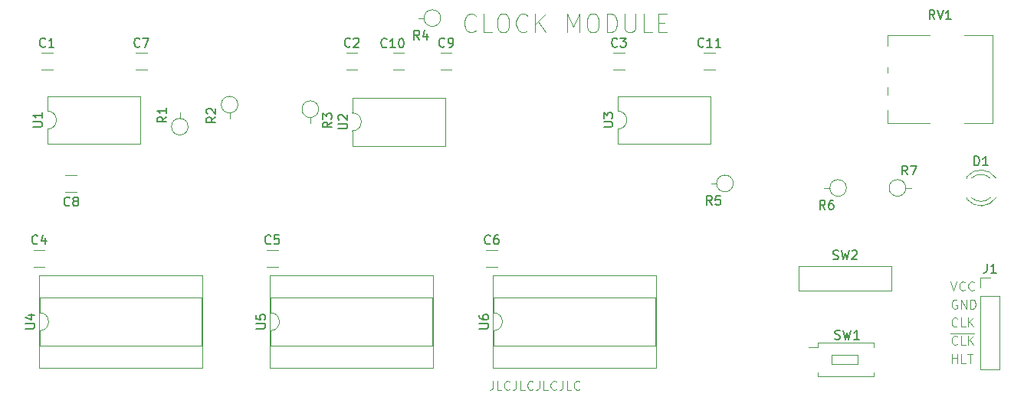
<source format=gbr>
%TF.GenerationSoftware,KiCad,Pcbnew,8.0.2*%
%TF.CreationDate,2024-05-25T18:25:13-04:00*%
%TF.ProjectId,8bc_clock,3862635f-636c-46f6-936b-2e6b69636164,3.0*%
%TF.SameCoordinates,Original*%
%TF.FileFunction,Legend,Top*%
%TF.FilePolarity,Positive*%
%FSLAX46Y46*%
G04 Gerber Fmt 4.6, Leading zero omitted, Abs format (unit mm)*
G04 Created by KiCad (PCBNEW 8.0.2) date 2024-05-25 18:25:13*
%MOMM*%
%LPD*%
G01*
G04 APERTURE LIST*
%ADD10C,0.100000*%
%ADD11C,0.150000*%
%ADD12C,0.120000*%
G04 APERTURE END LIST*
D10*
X207684836Y-29059561D02*
X207589598Y-29154800D01*
X207589598Y-29154800D02*
X207303884Y-29250038D01*
X207303884Y-29250038D02*
X207113408Y-29250038D01*
X207113408Y-29250038D02*
X206827693Y-29154800D01*
X206827693Y-29154800D02*
X206637217Y-28964323D01*
X206637217Y-28964323D02*
X206541979Y-28773847D01*
X206541979Y-28773847D02*
X206446741Y-28392895D01*
X206446741Y-28392895D02*
X206446741Y-28107180D01*
X206446741Y-28107180D02*
X206541979Y-27726228D01*
X206541979Y-27726228D02*
X206637217Y-27535752D01*
X206637217Y-27535752D02*
X206827693Y-27345276D01*
X206827693Y-27345276D02*
X207113408Y-27250038D01*
X207113408Y-27250038D02*
X207303884Y-27250038D01*
X207303884Y-27250038D02*
X207589598Y-27345276D01*
X207589598Y-27345276D02*
X207684836Y-27440514D01*
X209494360Y-29250038D02*
X208541979Y-29250038D01*
X208541979Y-29250038D02*
X208541979Y-27250038D01*
X210541979Y-27250038D02*
X210922932Y-27250038D01*
X210922932Y-27250038D02*
X211113408Y-27345276D01*
X211113408Y-27345276D02*
X211303884Y-27535752D01*
X211303884Y-27535752D02*
X211399122Y-27916704D01*
X211399122Y-27916704D02*
X211399122Y-28583371D01*
X211399122Y-28583371D02*
X211303884Y-28964323D01*
X211303884Y-28964323D02*
X211113408Y-29154800D01*
X211113408Y-29154800D02*
X210922932Y-29250038D01*
X210922932Y-29250038D02*
X210541979Y-29250038D01*
X210541979Y-29250038D02*
X210351503Y-29154800D01*
X210351503Y-29154800D02*
X210161027Y-28964323D01*
X210161027Y-28964323D02*
X210065789Y-28583371D01*
X210065789Y-28583371D02*
X210065789Y-27916704D01*
X210065789Y-27916704D02*
X210161027Y-27535752D01*
X210161027Y-27535752D02*
X210351503Y-27345276D01*
X210351503Y-27345276D02*
X210541979Y-27250038D01*
X213399122Y-29059561D02*
X213303884Y-29154800D01*
X213303884Y-29154800D02*
X213018170Y-29250038D01*
X213018170Y-29250038D02*
X212827694Y-29250038D01*
X212827694Y-29250038D02*
X212541979Y-29154800D01*
X212541979Y-29154800D02*
X212351503Y-28964323D01*
X212351503Y-28964323D02*
X212256265Y-28773847D01*
X212256265Y-28773847D02*
X212161027Y-28392895D01*
X212161027Y-28392895D02*
X212161027Y-28107180D01*
X212161027Y-28107180D02*
X212256265Y-27726228D01*
X212256265Y-27726228D02*
X212351503Y-27535752D01*
X212351503Y-27535752D02*
X212541979Y-27345276D01*
X212541979Y-27345276D02*
X212827694Y-27250038D01*
X212827694Y-27250038D02*
X213018170Y-27250038D01*
X213018170Y-27250038D02*
X213303884Y-27345276D01*
X213303884Y-27345276D02*
X213399122Y-27440514D01*
X214256265Y-29250038D02*
X214256265Y-27250038D01*
X215399122Y-29250038D02*
X214541979Y-28107180D01*
X215399122Y-27250038D02*
X214256265Y-28392895D01*
X217780075Y-29250038D02*
X217780075Y-27250038D01*
X217780075Y-27250038D02*
X218446742Y-28678609D01*
X218446742Y-28678609D02*
X219113408Y-27250038D01*
X219113408Y-27250038D02*
X219113408Y-29250038D01*
X220446741Y-27250038D02*
X220827694Y-27250038D01*
X220827694Y-27250038D02*
X221018170Y-27345276D01*
X221018170Y-27345276D02*
X221208646Y-27535752D01*
X221208646Y-27535752D02*
X221303884Y-27916704D01*
X221303884Y-27916704D02*
X221303884Y-28583371D01*
X221303884Y-28583371D02*
X221208646Y-28964323D01*
X221208646Y-28964323D02*
X221018170Y-29154800D01*
X221018170Y-29154800D02*
X220827694Y-29250038D01*
X220827694Y-29250038D02*
X220446741Y-29250038D01*
X220446741Y-29250038D02*
X220256265Y-29154800D01*
X220256265Y-29154800D02*
X220065789Y-28964323D01*
X220065789Y-28964323D02*
X219970551Y-28583371D01*
X219970551Y-28583371D02*
X219970551Y-27916704D01*
X219970551Y-27916704D02*
X220065789Y-27535752D01*
X220065789Y-27535752D02*
X220256265Y-27345276D01*
X220256265Y-27345276D02*
X220446741Y-27250038D01*
X222161027Y-29250038D02*
X222161027Y-27250038D01*
X222161027Y-27250038D02*
X222637217Y-27250038D01*
X222637217Y-27250038D02*
X222922932Y-27345276D01*
X222922932Y-27345276D02*
X223113408Y-27535752D01*
X223113408Y-27535752D02*
X223208646Y-27726228D01*
X223208646Y-27726228D02*
X223303884Y-28107180D01*
X223303884Y-28107180D02*
X223303884Y-28392895D01*
X223303884Y-28392895D02*
X223208646Y-28773847D01*
X223208646Y-28773847D02*
X223113408Y-28964323D01*
X223113408Y-28964323D02*
X222922932Y-29154800D01*
X222922932Y-29154800D02*
X222637217Y-29250038D01*
X222637217Y-29250038D02*
X222161027Y-29250038D01*
X224161027Y-27250038D02*
X224161027Y-28869085D01*
X224161027Y-28869085D02*
X224256265Y-29059561D01*
X224256265Y-29059561D02*
X224351503Y-29154800D01*
X224351503Y-29154800D02*
X224541979Y-29250038D01*
X224541979Y-29250038D02*
X224922932Y-29250038D01*
X224922932Y-29250038D02*
X225113408Y-29154800D01*
X225113408Y-29154800D02*
X225208646Y-29059561D01*
X225208646Y-29059561D02*
X225303884Y-28869085D01*
X225303884Y-28869085D02*
X225303884Y-27250038D01*
X227208646Y-29250038D02*
X226256265Y-29250038D01*
X226256265Y-29250038D02*
X226256265Y-27250038D01*
X227875313Y-28202419D02*
X228541980Y-28202419D01*
X228827694Y-29250038D02*
X227875313Y-29250038D01*
X227875313Y-29250038D02*
X227875313Y-27250038D01*
X227875313Y-27250038D02*
X228827694Y-27250038D01*
X209589598Y-67872419D02*
X209589598Y-68586704D01*
X209589598Y-68586704D02*
X209541979Y-68729561D01*
X209541979Y-68729561D02*
X209446741Y-68824800D01*
X209446741Y-68824800D02*
X209303884Y-68872419D01*
X209303884Y-68872419D02*
X209208646Y-68872419D01*
X210541979Y-68872419D02*
X210065789Y-68872419D01*
X210065789Y-68872419D02*
X210065789Y-67872419D01*
X211446741Y-68777180D02*
X211399122Y-68824800D01*
X211399122Y-68824800D02*
X211256265Y-68872419D01*
X211256265Y-68872419D02*
X211161027Y-68872419D01*
X211161027Y-68872419D02*
X211018170Y-68824800D01*
X211018170Y-68824800D02*
X210922932Y-68729561D01*
X210922932Y-68729561D02*
X210875313Y-68634323D01*
X210875313Y-68634323D02*
X210827694Y-68443847D01*
X210827694Y-68443847D02*
X210827694Y-68300990D01*
X210827694Y-68300990D02*
X210875313Y-68110514D01*
X210875313Y-68110514D02*
X210922932Y-68015276D01*
X210922932Y-68015276D02*
X211018170Y-67920038D01*
X211018170Y-67920038D02*
X211161027Y-67872419D01*
X211161027Y-67872419D02*
X211256265Y-67872419D01*
X211256265Y-67872419D02*
X211399122Y-67920038D01*
X211399122Y-67920038D02*
X211446741Y-67967657D01*
X212161027Y-67872419D02*
X212161027Y-68586704D01*
X212161027Y-68586704D02*
X212113408Y-68729561D01*
X212113408Y-68729561D02*
X212018170Y-68824800D01*
X212018170Y-68824800D02*
X211875313Y-68872419D01*
X211875313Y-68872419D02*
X211780075Y-68872419D01*
X213113408Y-68872419D02*
X212637218Y-68872419D01*
X212637218Y-68872419D02*
X212637218Y-67872419D01*
X214018170Y-68777180D02*
X213970551Y-68824800D01*
X213970551Y-68824800D02*
X213827694Y-68872419D01*
X213827694Y-68872419D02*
X213732456Y-68872419D01*
X213732456Y-68872419D02*
X213589599Y-68824800D01*
X213589599Y-68824800D02*
X213494361Y-68729561D01*
X213494361Y-68729561D02*
X213446742Y-68634323D01*
X213446742Y-68634323D02*
X213399123Y-68443847D01*
X213399123Y-68443847D02*
X213399123Y-68300990D01*
X213399123Y-68300990D02*
X213446742Y-68110514D01*
X213446742Y-68110514D02*
X213494361Y-68015276D01*
X213494361Y-68015276D02*
X213589599Y-67920038D01*
X213589599Y-67920038D02*
X213732456Y-67872419D01*
X213732456Y-67872419D02*
X213827694Y-67872419D01*
X213827694Y-67872419D02*
X213970551Y-67920038D01*
X213970551Y-67920038D02*
X214018170Y-67967657D01*
X214732456Y-67872419D02*
X214732456Y-68586704D01*
X214732456Y-68586704D02*
X214684837Y-68729561D01*
X214684837Y-68729561D02*
X214589599Y-68824800D01*
X214589599Y-68824800D02*
X214446742Y-68872419D01*
X214446742Y-68872419D02*
X214351504Y-68872419D01*
X215684837Y-68872419D02*
X215208647Y-68872419D01*
X215208647Y-68872419D02*
X215208647Y-67872419D01*
X216589599Y-68777180D02*
X216541980Y-68824800D01*
X216541980Y-68824800D02*
X216399123Y-68872419D01*
X216399123Y-68872419D02*
X216303885Y-68872419D01*
X216303885Y-68872419D02*
X216161028Y-68824800D01*
X216161028Y-68824800D02*
X216065790Y-68729561D01*
X216065790Y-68729561D02*
X216018171Y-68634323D01*
X216018171Y-68634323D02*
X215970552Y-68443847D01*
X215970552Y-68443847D02*
X215970552Y-68300990D01*
X215970552Y-68300990D02*
X216018171Y-68110514D01*
X216018171Y-68110514D02*
X216065790Y-68015276D01*
X216065790Y-68015276D02*
X216161028Y-67920038D01*
X216161028Y-67920038D02*
X216303885Y-67872419D01*
X216303885Y-67872419D02*
X216399123Y-67872419D01*
X216399123Y-67872419D02*
X216541980Y-67920038D01*
X216541980Y-67920038D02*
X216589599Y-67967657D01*
X217303885Y-67872419D02*
X217303885Y-68586704D01*
X217303885Y-68586704D02*
X217256266Y-68729561D01*
X217256266Y-68729561D02*
X217161028Y-68824800D01*
X217161028Y-68824800D02*
X217018171Y-68872419D01*
X217018171Y-68872419D02*
X216922933Y-68872419D01*
X218256266Y-68872419D02*
X217780076Y-68872419D01*
X217780076Y-68872419D02*
X217780076Y-67872419D01*
X219161028Y-68777180D02*
X219113409Y-68824800D01*
X219113409Y-68824800D02*
X218970552Y-68872419D01*
X218970552Y-68872419D02*
X218875314Y-68872419D01*
X218875314Y-68872419D02*
X218732457Y-68824800D01*
X218732457Y-68824800D02*
X218637219Y-68729561D01*
X218637219Y-68729561D02*
X218589600Y-68634323D01*
X218589600Y-68634323D02*
X218541981Y-68443847D01*
X218541981Y-68443847D02*
X218541981Y-68300990D01*
X218541981Y-68300990D02*
X218589600Y-68110514D01*
X218589600Y-68110514D02*
X218637219Y-68015276D01*
X218637219Y-68015276D02*
X218732457Y-67920038D01*
X218732457Y-67920038D02*
X218875314Y-67872419D01*
X218875314Y-67872419D02*
X218970552Y-67872419D01*
X218970552Y-67872419D02*
X219113409Y-67920038D01*
X219113409Y-67920038D02*
X219161028Y-67967657D01*
X260303884Y-65872419D02*
X260303884Y-64872419D01*
X260303884Y-65348609D02*
X260875312Y-65348609D01*
X260875312Y-65872419D02*
X260875312Y-64872419D01*
X261827693Y-65872419D02*
X261351503Y-65872419D01*
X261351503Y-65872419D02*
X261351503Y-64872419D01*
X262018170Y-64872419D02*
X262589598Y-64872419D01*
X262303884Y-65872419D02*
X262303884Y-64872419D01*
X260875312Y-61777180D02*
X260827693Y-61824800D01*
X260827693Y-61824800D02*
X260684836Y-61872419D01*
X260684836Y-61872419D02*
X260589598Y-61872419D01*
X260589598Y-61872419D02*
X260446741Y-61824800D01*
X260446741Y-61824800D02*
X260351503Y-61729561D01*
X260351503Y-61729561D02*
X260303884Y-61634323D01*
X260303884Y-61634323D02*
X260256265Y-61443847D01*
X260256265Y-61443847D02*
X260256265Y-61300990D01*
X260256265Y-61300990D02*
X260303884Y-61110514D01*
X260303884Y-61110514D02*
X260351503Y-61015276D01*
X260351503Y-61015276D02*
X260446741Y-60920038D01*
X260446741Y-60920038D02*
X260589598Y-60872419D01*
X260589598Y-60872419D02*
X260684836Y-60872419D01*
X260684836Y-60872419D02*
X260827693Y-60920038D01*
X260827693Y-60920038D02*
X260875312Y-60967657D01*
X261780074Y-61872419D02*
X261303884Y-61872419D01*
X261303884Y-61872419D02*
X261303884Y-60872419D01*
X262113408Y-61872419D02*
X262113408Y-60872419D01*
X262684836Y-61872419D02*
X262256265Y-61300990D01*
X262684836Y-60872419D02*
X262113408Y-61443847D01*
X260827693Y-58920038D02*
X260732455Y-58872419D01*
X260732455Y-58872419D02*
X260589598Y-58872419D01*
X260589598Y-58872419D02*
X260446741Y-58920038D01*
X260446741Y-58920038D02*
X260351503Y-59015276D01*
X260351503Y-59015276D02*
X260303884Y-59110514D01*
X260303884Y-59110514D02*
X260256265Y-59300990D01*
X260256265Y-59300990D02*
X260256265Y-59443847D01*
X260256265Y-59443847D02*
X260303884Y-59634323D01*
X260303884Y-59634323D02*
X260351503Y-59729561D01*
X260351503Y-59729561D02*
X260446741Y-59824800D01*
X260446741Y-59824800D02*
X260589598Y-59872419D01*
X260589598Y-59872419D02*
X260684836Y-59872419D01*
X260684836Y-59872419D02*
X260827693Y-59824800D01*
X260827693Y-59824800D02*
X260875312Y-59777180D01*
X260875312Y-59777180D02*
X260875312Y-59443847D01*
X260875312Y-59443847D02*
X260684836Y-59443847D01*
X261303884Y-59872419D02*
X261303884Y-58872419D01*
X261303884Y-58872419D02*
X261875312Y-59872419D01*
X261875312Y-59872419D02*
X261875312Y-58872419D01*
X262351503Y-59872419D02*
X262351503Y-58872419D01*
X262351503Y-58872419D02*
X262589598Y-58872419D01*
X262589598Y-58872419D02*
X262732455Y-58920038D01*
X262732455Y-58920038D02*
X262827693Y-59015276D01*
X262827693Y-59015276D02*
X262875312Y-59110514D01*
X262875312Y-59110514D02*
X262922931Y-59300990D01*
X262922931Y-59300990D02*
X262922931Y-59443847D01*
X262922931Y-59443847D02*
X262875312Y-59634323D01*
X262875312Y-59634323D02*
X262827693Y-59729561D01*
X262827693Y-59729561D02*
X262732455Y-59824800D01*
X262732455Y-59824800D02*
X262589598Y-59872419D01*
X262589598Y-59872419D02*
X262351503Y-59872419D01*
X260161027Y-56872419D02*
X260494360Y-57872419D01*
X260494360Y-57872419D02*
X260827693Y-56872419D01*
X261732455Y-57777180D02*
X261684836Y-57824800D01*
X261684836Y-57824800D02*
X261541979Y-57872419D01*
X261541979Y-57872419D02*
X261446741Y-57872419D01*
X261446741Y-57872419D02*
X261303884Y-57824800D01*
X261303884Y-57824800D02*
X261208646Y-57729561D01*
X261208646Y-57729561D02*
X261161027Y-57634323D01*
X261161027Y-57634323D02*
X261113408Y-57443847D01*
X261113408Y-57443847D02*
X261113408Y-57300990D01*
X261113408Y-57300990D02*
X261161027Y-57110514D01*
X261161027Y-57110514D02*
X261208646Y-57015276D01*
X261208646Y-57015276D02*
X261303884Y-56920038D01*
X261303884Y-56920038D02*
X261446741Y-56872419D01*
X261446741Y-56872419D02*
X261541979Y-56872419D01*
X261541979Y-56872419D02*
X261684836Y-56920038D01*
X261684836Y-56920038D02*
X261732455Y-56967657D01*
X262732455Y-57777180D02*
X262684836Y-57824800D01*
X262684836Y-57824800D02*
X262541979Y-57872419D01*
X262541979Y-57872419D02*
X262446741Y-57872419D01*
X262446741Y-57872419D02*
X262303884Y-57824800D01*
X262303884Y-57824800D02*
X262208646Y-57729561D01*
X262208646Y-57729561D02*
X262161027Y-57634323D01*
X262161027Y-57634323D02*
X262113408Y-57443847D01*
X262113408Y-57443847D02*
X262113408Y-57300990D01*
X262113408Y-57300990D02*
X262161027Y-57110514D01*
X262161027Y-57110514D02*
X262208646Y-57015276D01*
X262208646Y-57015276D02*
X262303884Y-56920038D01*
X262303884Y-56920038D02*
X262446741Y-56872419D01*
X262446741Y-56872419D02*
X262541979Y-56872419D01*
X262541979Y-56872419D02*
X262684836Y-56920038D01*
X262684836Y-56920038D02*
X262732455Y-56967657D01*
X260875312Y-63777180D02*
X260827693Y-63824800D01*
X260827693Y-63824800D02*
X260684836Y-63872419D01*
X260684836Y-63872419D02*
X260589598Y-63872419D01*
X260589598Y-63872419D02*
X260446741Y-63824800D01*
X260446741Y-63824800D02*
X260351503Y-63729561D01*
X260351503Y-63729561D02*
X260303884Y-63634323D01*
X260303884Y-63634323D02*
X260256265Y-63443847D01*
X260256265Y-63443847D02*
X260256265Y-63300990D01*
X260256265Y-63300990D02*
X260303884Y-63110514D01*
X260303884Y-63110514D02*
X260351503Y-63015276D01*
X260351503Y-63015276D02*
X260446741Y-62920038D01*
X260446741Y-62920038D02*
X260589598Y-62872419D01*
X260589598Y-62872419D02*
X260684836Y-62872419D01*
X260684836Y-62872419D02*
X260827693Y-62920038D01*
X260827693Y-62920038D02*
X260875312Y-62967657D01*
X261780074Y-63872419D02*
X261303884Y-63872419D01*
X261303884Y-63872419D02*
X261303884Y-62872419D01*
X262113408Y-63872419D02*
X262113408Y-62872419D01*
X262684836Y-63872419D02*
X262256265Y-63300990D01*
X262684836Y-62872419D02*
X262113408Y-63443847D01*
X260165789Y-62594800D02*
X262775313Y-62594800D01*
D11*
X246283333Y-48874819D02*
X245950000Y-48398628D01*
X245711905Y-48874819D02*
X245711905Y-47874819D01*
X245711905Y-47874819D02*
X246092857Y-47874819D01*
X246092857Y-47874819D02*
X246188095Y-47922438D01*
X246188095Y-47922438D02*
X246235714Y-47970057D01*
X246235714Y-47970057D02*
X246283333Y-48065295D01*
X246283333Y-48065295D02*
X246283333Y-48208152D01*
X246283333Y-48208152D02*
X246235714Y-48303390D01*
X246235714Y-48303390D02*
X246188095Y-48351009D01*
X246188095Y-48351009D02*
X246092857Y-48398628D01*
X246092857Y-48398628D02*
X245711905Y-48398628D01*
X247140476Y-47874819D02*
X246950000Y-47874819D01*
X246950000Y-47874819D02*
X246854762Y-47922438D01*
X246854762Y-47922438D02*
X246807143Y-47970057D01*
X246807143Y-47970057D02*
X246711905Y-48112914D01*
X246711905Y-48112914D02*
X246664286Y-48303390D01*
X246664286Y-48303390D02*
X246664286Y-48684342D01*
X246664286Y-48684342D02*
X246711905Y-48779580D01*
X246711905Y-48779580D02*
X246759524Y-48827200D01*
X246759524Y-48827200D02*
X246854762Y-48874819D01*
X246854762Y-48874819D02*
X247045238Y-48874819D01*
X247045238Y-48874819D02*
X247140476Y-48827200D01*
X247140476Y-48827200D02*
X247188095Y-48779580D01*
X247188095Y-48779580D02*
X247235714Y-48684342D01*
X247235714Y-48684342D02*
X247235714Y-48446247D01*
X247235714Y-48446247D02*
X247188095Y-48351009D01*
X247188095Y-48351009D02*
X247140476Y-48303390D01*
X247140476Y-48303390D02*
X247045238Y-48255771D01*
X247045238Y-48255771D02*
X246854762Y-48255771D01*
X246854762Y-48255771D02*
X246759524Y-48303390D01*
X246759524Y-48303390D02*
X246711905Y-48351009D01*
X246711905Y-48351009D02*
X246664286Y-48446247D01*
X208084819Y-62071904D02*
X208894342Y-62071904D01*
X208894342Y-62071904D02*
X208989580Y-62024285D01*
X208989580Y-62024285D02*
X209037200Y-61976666D01*
X209037200Y-61976666D02*
X209084819Y-61881428D01*
X209084819Y-61881428D02*
X209084819Y-61690952D01*
X209084819Y-61690952D02*
X209037200Y-61595714D01*
X209037200Y-61595714D02*
X208989580Y-61548095D01*
X208989580Y-61548095D02*
X208894342Y-61500476D01*
X208894342Y-61500476D02*
X208084819Y-61500476D01*
X208084819Y-60595714D02*
X208084819Y-60786190D01*
X208084819Y-60786190D02*
X208132438Y-60881428D01*
X208132438Y-60881428D02*
X208180057Y-60929047D01*
X208180057Y-60929047D02*
X208322914Y-61024285D01*
X208322914Y-61024285D02*
X208513390Y-61071904D01*
X208513390Y-61071904D02*
X208894342Y-61071904D01*
X208894342Y-61071904D02*
X208989580Y-61024285D01*
X208989580Y-61024285D02*
X209037200Y-60976666D01*
X209037200Y-60976666D02*
X209084819Y-60881428D01*
X209084819Y-60881428D02*
X209084819Y-60690952D01*
X209084819Y-60690952D02*
X209037200Y-60595714D01*
X209037200Y-60595714D02*
X208989580Y-60548095D01*
X208989580Y-60548095D02*
X208894342Y-60500476D01*
X208894342Y-60500476D02*
X208656247Y-60500476D01*
X208656247Y-60500476D02*
X208561009Y-60548095D01*
X208561009Y-60548095D02*
X208513390Y-60595714D01*
X208513390Y-60595714D02*
X208465771Y-60690952D01*
X208465771Y-60690952D02*
X208465771Y-60881428D01*
X208465771Y-60881428D02*
X208513390Y-60976666D01*
X208513390Y-60976666D02*
X208561009Y-61024285D01*
X208561009Y-61024285D02*
X208656247Y-61071904D01*
X258389761Y-27814819D02*
X258056428Y-27338628D01*
X257818333Y-27814819D02*
X257818333Y-26814819D01*
X257818333Y-26814819D02*
X258199285Y-26814819D01*
X258199285Y-26814819D02*
X258294523Y-26862438D01*
X258294523Y-26862438D02*
X258342142Y-26910057D01*
X258342142Y-26910057D02*
X258389761Y-27005295D01*
X258389761Y-27005295D02*
X258389761Y-27148152D01*
X258389761Y-27148152D02*
X258342142Y-27243390D01*
X258342142Y-27243390D02*
X258294523Y-27291009D01*
X258294523Y-27291009D02*
X258199285Y-27338628D01*
X258199285Y-27338628D02*
X257818333Y-27338628D01*
X258675476Y-26814819D02*
X259008809Y-27814819D01*
X259008809Y-27814819D02*
X259342142Y-26814819D01*
X260199285Y-27814819D02*
X259627857Y-27814819D01*
X259913571Y-27814819D02*
X259913571Y-26814819D01*
X259913571Y-26814819D02*
X259818333Y-26957676D01*
X259818333Y-26957676D02*
X259723095Y-27052914D01*
X259723095Y-27052914D02*
X259627857Y-27100533D01*
X262756905Y-43994819D02*
X262756905Y-42994819D01*
X262756905Y-42994819D02*
X262995000Y-42994819D01*
X262995000Y-42994819D02*
X263137857Y-43042438D01*
X263137857Y-43042438D02*
X263233095Y-43137676D01*
X263233095Y-43137676D02*
X263280714Y-43232914D01*
X263280714Y-43232914D02*
X263328333Y-43423390D01*
X263328333Y-43423390D02*
X263328333Y-43566247D01*
X263328333Y-43566247D02*
X263280714Y-43756723D01*
X263280714Y-43756723D02*
X263233095Y-43851961D01*
X263233095Y-43851961D02*
X263137857Y-43947200D01*
X263137857Y-43947200D02*
X262995000Y-43994819D01*
X262995000Y-43994819D02*
X262756905Y-43994819D01*
X264280714Y-43994819D02*
X263709286Y-43994819D01*
X263995000Y-43994819D02*
X263995000Y-42994819D01*
X263995000Y-42994819D02*
X263899762Y-43137676D01*
X263899762Y-43137676D02*
X263804524Y-43232914D01*
X263804524Y-43232914D02*
X263709286Y-43280533D01*
X221824819Y-39751904D02*
X222634342Y-39751904D01*
X222634342Y-39751904D02*
X222729580Y-39704285D01*
X222729580Y-39704285D02*
X222777200Y-39656666D01*
X222777200Y-39656666D02*
X222824819Y-39561428D01*
X222824819Y-39561428D02*
X222824819Y-39370952D01*
X222824819Y-39370952D02*
X222777200Y-39275714D01*
X222777200Y-39275714D02*
X222729580Y-39228095D01*
X222729580Y-39228095D02*
X222634342Y-39180476D01*
X222634342Y-39180476D02*
X221824819Y-39180476D01*
X221824819Y-38799523D02*
X221824819Y-38180476D01*
X221824819Y-38180476D02*
X222205771Y-38513809D01*
X222205771Y-38513809D02*
X222205771Y-38370952D01*
X222205771Y-38370952D02*
X222253390Y-38275714D01*
X222253390Y-38275714D02*
X222301009Y-38228095D01*
X222301009Y-38228095D02*
X222396247Y-38180476D01*
X222396247Y-38180476D02*
X222634342Y-38180476D01*
X222634342Y-38180476D02*
X222729580Y-38228095D01*
X222729580Y-38228095D02*
X222777200Y-38275714D01*
X222777200Y-38275714D02*
X222824819Y-38370952D01*
X222824819Y-38370952D02*
X222824819Y-38656666D01*
X222824819Y-38656666D02*
X222777200Y-38751904D01*
X222777200Y-38751904D02*
X222729580Y-38799523D01*
X160153333Y-30809580D02*
X160105714Y-30857200D01*
X160105714Y-30857200D02*
X159962857Y-30904819D01*
X159962857Y-30904819D02*
X159867619Y-30904819D01*
X159867619Y-30904819D02*
X159724762Y-30857200D01*
X159724762Y-30857200D02*
X159629524Y-30761961D01*
X159629524Y-30761961D02*
X159581905Y-30666723D01*
X159581905Y-30666723D02*
X159534286Y-30476247D01*
X159534286Y-30476247D02*
X159534286Y-30333390D01*
X159534286Y-30333390D02*
X159581905Y-30142914D01*
X159581905Y-30142914D02*
X159629524Y-30047676D01*
X159629524Y-30047676D02*
X159724762Y-29952438D01*
X159724762Y-29952438D02*
X159867619Y-29904819D01*
X159867619Y-29904819D02*
X159962857Y-29904819D01*
X159962857Y-29904819D02*
X160105714Y-29952438D01*
X160105714Y-29952438D02*
X160153333Y-30000057D01*
X161105714Y-30904819D02*
X160534286Y-30904819D01*
X160820000Y-30904819D02*
X160820000Y-29904819D01*
X160820000Y-29904819D02*
X160724762Y-30047676D01*
X160724762Y-30047676D02*
X160629524Y-30142914D01*
X160629524Y-30142914D02*
X160534286Y-30190533D01*
X209293333Y-52629580D02*
X209245714Y-52677200D01*
X209245714Y-52677200D02*
X209102857Y-52724819D01*
X209102857Y-52724819D02*
X209007619Y-52724819D01*
X209007619Y-52724819D02*
X208864762Y-52677200D01*
X208864762Y-52677200D02*
X208769524Y-52581961D01*
X208769524Y-52581961D02*
X208721905Y-52486723D01*
X208721905Y-52486723D02*
X208674286Y-52296247D01*
X208674286Y-52296247D02*
X208674286Y-52153390D01*
X208674286Y-52153390D02*
X208721905Y-51962914D01*
X208721905Y-51962914D02*
X208769524Y-51867676D01*
X208769524Y-51867676D02*
X208864762Y-51772438D01*
X208864762Y-51772438D02*
X209007619Y-51724819D01*
X209007619Y-51724819D02*
X209102857Y-51724819D01*
X209102857Y-51724819D02*
X209245714Y-51772438D01*
X209245714Y-51772438D02*
X209293333Y-51820057D01*
X210150476Y-51724819D02*
X209960000Y-51724819D01*
X209960000Y-51724819D02*
X209864762Y-51772438D01*
X209864762Y-51772438D02*
X209817143Y-51820057D01*
X209817143Y-51820057D02*
X209721905Y-51962914D01*
X209721905Y-51962914D02*
X209674286Y-52153390D01*
X209674286Y-52153390D02*
X209674286Y-52534342D01*
X209674286Y-52534342D02*
X209721905Y-52629580D01*
X209721905Y-52629580D02*
X209769524Y-52677200D01*
X209769524Y-52677200D02*
X209864762Y-52724819D01*
X209864762Y-52724819D02*
X210055238Y-52724819D01*
X210055238Y-52724819D02*
X210150476Y-52677200D01*
X210150476Y-52677200D02*
X210198095Y-52629580D01*
X210198095Y-52629580D02*
X210245714Y-52534342D01*
X210245714Y-52534342D02*
X210245714Y-52296247D01*
X210245714Y-52296247D02*
X210198095Y-52201009D01*
X210198095Y-52201009D02*
X210150476Y-52153390D01*
X210150476Y-52153390D02*
X210055238Y-52105771D01*
X210055238Y-52105771D02*
X209864762Y-52105771D01*
X209864762Y-52105771D02*
X209769524Y-52153390D01*
X209769524Y-52153390D02*
X209721905Y-52201009D01*
X209721905Y-52201009D02*
X209674286Y-52296247D01*
X233783333Y-48374819D02*
X233450000Y-47898628D01*
X233211905Y-48374819D02*
X233211905Y-47374819D01*
X233211905Y-47374819D02*
X233592857Y-47374819D01*
X233592857Y-47374819D02*
X233688095Y-47422438D01*
X233688095Y-47422438D02*
X233735714Y-47470057D01*
X233735714Y-47470057D02*
X233783333Y-47565295D01*
X233783333Y-47565295D02*
X233783333Y-47708152D01*
X233783333Y-47708152D02*
X233735714Y-47803390D01*
X233735714Y-47803390D02*
X233688095Y-47851009D01*
X233688095Y-47851009D02*
X233592857Y-47898628D01*
X233592857Y-47898628D02*
X233211905Y-47898628D01*
X234688095Y-47374819D02*
X234211905Y-47374819D01*
X234211905Y-47374819D02*
X234164286Y-47851009D01*
X234164286Y-47851009D02*
X234211905Y-47803390D01*
X234211905Y-47803390D02*
X234307143Y-47755771D01*
X234307143Y-47755771D02*
X234545238Y-47755771D01*
X234545238Y-47755771D02*
X234640476Y-47803390D01*
X234640476Y-47803390D02*
X234688095Y-47851009D01*
X234688095Y-47851009D02*
X234735714Y-47946247D01*
X234735714Y-47946247D02*
X234735714Y-48184342D01*
X234735714Y-48184342D02*
X234688095Y-48279580D01*
X234688095Y-48279580D02*
X234640476Y-48327200D01*
X234640476Y-48327200D02*
X234545238Y-48374819D01*
X234545238Y-48374819D02*
X234307143Y-48374819D01*
X234307143Y-48374819D02*
X234211905Y-48327200D01*
X234211905Y-48327200D02*
X234164286Y-48279580D01*
X173534819Y-38616666D02*
X173058628Y-38949999D01*
X173534819Y-39188094D02*
X172534819Y-39188094D01*
X172534819Y-39188094D02*
X172534819Y-38807142D01*
X172534819Y-38807142D02*
X172582438Y-38711904D01*
X172582438Y-38711904D02*
X172630057Y-38664285D01*
X172630057Y-38664285D02*
X172725295Y-38616666D01*
X172725295Y-38616666D02*
X172868152Y-38616666D01*
X172868152Y-38616666D02*
X172963390Y-38664285D01*
X172963390Y-38664285D02*
X173011009Y-38711904D01*
X173011009Y-38711904D02*
X173058628Y-38807142D01*
X173058628Y-38807142D02*
X173058628Y-39188094D01*
X173534819Y-37664285D02*
X173534819Y-38235713D01*
X173534819Y-37949999D02*
X172534819Y-37949999D01*
X172534819Y-37949999D02*
X172677676Y-38045237D01*
X172677676Y-38045237D02*
X172772914Y-38140475D01*
X172772914Y-38140475D02*
X172820533Y-38235713D01*
X191794819Y-39216666D02*
X191318628Y-39549999D01*
X191794819Y-39788094D02*
X190794819Y-39788094D01*
X190794819Y-39788094D02*
X190794819Y-39407142D01*
X190794819Y-39407142D02*
X190842438Y-39311904D01*
X190842438Y-39311904D02*
X190890057Y-39264285D01*
X190890057Y-39264285D02*
X190985295Y-39216666D01*
X190985295Y-39216666D02*
X191128152Y-39216666D01*
X191128152Y-39216666D02*
X191223390Y-39264285D01*
X191223390Y-39264285D02*
X191271009Y-39311904D01*
X191271009Y-39311904D02*
X191318628Y-39407142D01*
X191318628Y-39407142D02*
X191318628Y-39788094D01*
X190794819Y-38883332D02*
X190794819Y-38264285D01*
X190794819Y-38264285D02*
X191175771Y-38597618D01*
X191175771Y-38597618D02*
X191175771Y-38454761D01*
X191175771Y-38454761D02*
X191223390Y-38359523D01*
X191223390Y-38359523D02*
X191271009Y-38311904D01*
X191271009Y-38311904D02*
X191366247Y-38264285D01*
X191366247Y-38264285D02*
X191604342Y-38264285D01*
X191604342Y-38264285D02*
X191699580Y-38311904D01*
X191699580Y-38311904D02*
X191747200Y-38359523D01*
X191747200Y-38359523D02*
X191794819Y-38454761D01*
X191794819Y-38454761D02*
X191794819Y-38740475D01*
X191794819Y-38740475D02*
X191747200Y-38835713D01*
X191747200Y-38835713D02*
X191699580Y-38883332D01*
X193833333Y-30809580D02*
X193785714Y-30857200D01*
X193785714Y-30857200D02*
X193642857Y-30904819D01*
X193642857Y-30904819D02*
X193547619Y-30904819D01*
X193547619Y-30904819D02*
X193404762Y-30857200D01*
X193404762Y-30857200D02*
X193309524Y-30761961D01*
X193309524Y-30761961D02*
X193261905Y-30666723D01*
X193261905Y-30666723D02*
X193214286Y-30476247D01*
X193214286Y-30476247D02*
X193214286Y-30333390D01*
X193214286Y-30333390D02*
X193261905Y-30142914D01*
X193261905Y-30142914D02*
X193309524Y-30047676D01*
X193309524Y-30047676D02*
X193404762Y-29952438D01*
X193404762Y-29952438D02*
X193547619Y-29904819D01*
X193547619Y-29904819D02*
X193642857Y-29904819D01*
X193642857Y-29904819D02*
X193785714Y-29952438D01*
X193785714Y-29952438D02*
X193833333Y-30000057D01*
X194214286Y-30000057D02*
X194261905Y-29952438D01*
X194261905Y-29952438D02*
X194357143Y-29904819D01*
X194357143Y-29904819D02*
X194595238Y-29904819D01*
X194595238Y-29904819D02*
X194690476Y-29952438D01*
X194690476Y-29952438D02*
X194738095Y-30000057D01*
X194738095Y-30000057D02*
X194785714Y-30095295D01*
X194785714Y-30095295D02*
X194785714Y-30190533D01*
X194785714Y-30190533D02*
X194738095Y-30333390D01*
X194738095Y-30333390D02*
X194166667Y-30904819D01*
X194166667Y-30904819D02*
X194785714Y-30904819D01*
X170583333Y-30809580D02*
X170535714Y-30857200D01*
X170535714Y-30857200D02*
X170392857Y-30904819D01*
X170392857Y-30904819D02*
X170297619Y-30904819D01*
X170297619Y-30904819D02*
X170154762Y-30857200D01*
X170154762Y-30857200D02*
X170059524Y-30761961D01*
X170059524Y-30761961D02*
X170011905Y-30666723D01*
X170011905Y-30666723D02*
X169964286Y-30476247D01*
X169964286Y-30476247D02*
X169964286Y-30333390D01*
X169964286Y-30333390D02*
X170011905Y-30142914D01*
X170011905Y-30142914D02*
X170059524Y-30047676D01*
X170059524Y-30047676D02*
X170154762Y-29952438D01*
X170154762Y-29952438D02*
X170297619Y-29904819D01*
X170297619Y-29904819D02*
X170392857Y-29904819D01*
X170392857Y-29904819D02*
X170535714Y-29952438D01*
X170535714Y-29952438D02*
X170583333Y-30000057D01*
X170916667Y-29904819D02*
X171583333Y-29904819D01*
X171583333Y-29904819D02*
X171154762Y-30904819D01*
X159293333Y-52629580D02*
X159245714Y-52677200D01*
X159245714Y-52677200D02*
X159102857Y-52724819D01*
X159102857Y-52724819D02*
X159007619Y-52724819D01*
X159007619Y-52724819D02*
X158864762Y-52677200D01*
X158864762Y-52677200D02*
X158769524Y-52581961D01*
X158769524Y-52581961D02*
X158721905Y-52486723D01*
X158721905Y-52486723D02*
X158674286Y-52296247D01*
X158674286Y-52296247D02*
X158674286Y-52153390D01*
X158674286Y-52153390D02*
X158721905Y-51962914D01*
X158721905Y-51962914D02*
X158769524Y-51867676D01*
X158769524Y-51867676D02*
X158864762Y-51772438D01*
X158864762Y-51772438D02*
X159007619Y-51724819D01*
X159007619Y-51724819D02*
X159102857Y-51724819D01*
X159102857Y-51724819D02*
X159245714Y-51772438D01*
X159245714Y-51772438D02*
X159293333Y-51820057D01*
X160150476Y-52058152D02*
X160150476Y-52724819D01*
X159912381Y-51677200D02*
X159674286Y-52391485D01*
X159674286Y-52391485D02*
X160293333Y-52391485D01*
X197857142Y-30859580D02*
X197809523Y-30907200D01*
X197809523Y-30907200D02*
X197666666Y-30954819D01*
X197666666Y-30954819D02*
X197571428Y-30954819D01*
X197571428Y-30954819D02*
X197428571Y-30907200D01*
X197428571Y-30907200D02*
X197333333Y-30811961D01*
X197333333Y-30811961D02*
X197285714Y-30716723D01*
X197285714Y-30716723D02*
X197238095Y-30526247D01*
X197238095Y-30526247D02*
X197238095Y-30383390D01*
X197238095Y-30383390D02*
X197285714Y-30192914D01*
X197285714Y-30192914D02*
X197333333Y-30097676D01*
X197333333Y-30097676D02*
X197428571Y-30002438D01*
X197428571Y-30002438D02*
X197571428Y-29954819D01*
X197571428Y-29954819D02*
X197666666Y-29954819D01*
X197666666Y-29954819D02*
X197809523Y-30002438D01*
X197809523Y-30002438D02*
X197857142Y-30050057D01*
X198809523Y-30954819D02*
X198238095Y-30954819D01*
X198523809Y-30954819D02*
X198523809Y-29954819D01*
X198523809Y-29954819D02*
X198428571Y-30097676D01*
X198428571Y-30097676D02*
X198333333Y-30192914D01*
X198333333Y-30192914D02*
X198238095Y-30240533D01*
X199428571Y-29954819D02*
X199523809Y-29954819D01*
X199523809Y-29954819D02*
X199619047Y-30002438D01*
X199619047Y-30002438D02*
X199666666Y-30050057D01*
X199666666Y-30050057D02*
X199714285Y-30145295D01*
X199714285Y-30145295D02*
X199761904Y-30335771D01*
X199761904Y-30335771D02*
X199761904Y-30573866D01*
X199761904Y-30573866D02*
X199714285Y-30764342D01*
X199714285Y-30764342D02*
X199666666Y-30859580D01*
X199666666Y-30859580D02*
X199619047Y-30907200D01*
X199619047Y-30907200D02*
X199523809Y-30954819D01*
X199523809Y-30954819D02*
X199428571Y-30954819D01*
X199428571Y-30954819D02*
X199333333Y-30907200D01*
X199333333Y-30907200D02*
X199285714Y-30859580D01*
X199285714Y-30859580D02*
X199238095Y-30764342D01*
X199238095Y-30764342D02*
X199190476Y-30573866D01*
X199190476Y-30573866D02*
X199190476Y-30335771D01*
X199190476Y-30335771D02*
X199238095Y-30145295D01*
X199238095Y-30145295D02*
X199285714Y-30050057D01*
X199285714Y-30050057D02*
X199333333Y-30002438D01*
X199333333Y-30002438D02*
X199428571Y-29954819D01*
X201463333Y-30074819D02*
X201130000Y-29598628D01*
X200891905Y-30074819D02*
X200891905Y-29074819D01*
X200891905Y-29074819D02*
X201272857Y-29074819D01*
X201272857Y-29074819D02*
X201368095Y-29122438D01*
X201368095Y-29122438D02*
X201415714Y-29170057D01*
X201415714Y-29170057D02*
X201463333Y-29265295D01*
X201463333Y-29265295D02*
X201463333Y-29408152D01*
X201463333Y-29408152D02*
X201415714Y-29503390D01*
X201415714Y-29503390D02*
X201368095Y-29551009D01*
X201368095Y-29551009D02*
X201272857Y-29598628D01*
X201272857Y-29598628D02*
X200891905Y-29598628D01*
X202320476Y-29408152D02*
X202320476Y-30074819D01*
X202082381Y-29027200D02*
X201844286Y-29741485D01*
X201844286Y-29741485D02*
X202463333Y-29741485D01*
X264166666Y-54894819D02*
X264166666Y-55609104D01*
X264166666Y-55609104D02*
X264119047Y-55751961D01*
X264119047Y-55751961D02*
X264023809Y-55847200D01*
X264023809Y-55847200D02*
X263880952Y-55894819D01*
X263880952Y-55894819D02*
X263785714Y-55894819D01*
X265166666Y-55894819D02*
X264595238Y-55894819D01*
X264880952Y-55894819D02*
X264880952Y-54894819D01*
X264880952Y-54894819D02*
X264785714Y-55037676D01*
X264785714Y-55037676D02*
X264690476Y-55132914D01*
X264690476Y-55132914D02*
X264595238Y-55180533D01*
X247376667Y-63207200D02*
X247519524Y-63254819D01*
X247519524Y-63254819D02*
X247757619Y-63254819D01*
X247757619Y-63254819D02*
X247852857Y-63207200D01*
X247852857Y-63207200D02*
X247900476Y-63159580D01*
X247900476Y-63159580D02*
X247948095Y-63064342D01*
X247948095Y-63064342D02*
X247948095Y-62969104D01*
X247948095Y-62969104D02*
X247900476Y-62873866D01*
X247900476Y-62873866D02*
X247852857Y-62826247D01*
X247852857Y-62826247D02*
X247757619Y-62778628D01*
X247757619Y-62778628D02*
X247567143Y-62731009D01*
X247567143Y-62731009D02*
X247471905Y-62683390D01*
X247471905Y-62683390D02*
X247424286Y-62635771D01*
X247424286Y-62635771D02*
X247376667Y-62540533D01*
X247376667Y-62540533D02*
X247376667Y-62445295D01*
X247376667Y-62445295D02*
X247424286Y-62350057D01*
X247424286Y-62350057D02*
X247471905Y-62302438D01*
X247471905Y-62302438D02*
X247567143Y-62254819D01*
X247567143Y-62254819D02*
X247805238Y-62254819D01*
X247805238Y-62254819D02*
X247948095Y-62302438D01*
X248281429Y-62254819D02*
X248519524Y-63254819D01*
X248519524Y-63254819D02*
X248710000Y-62540533D01*
X248710000Y-62540533D02*
X248900476Y-63254819D01*
X248900476Y-63254819D02*
X249138572Y-62254819D01*
X250043333Y-63254819D02*
X249471905Y-63254819D01*
X249757619Y-63254819D02*
X249757619Y-62254819D01*
X249757619Y-62254819D02*
X249662381Y-62397676D01*
X249662381Y-62397676D02*
X249567143Y-62492914D01*
X249567143Y-62492914D02*
X249471905Y-62540533D01*
X223333333Y-30809580D02*
X223285714Y-30857200D01*
X223285714Y-30857200D02*
X223142857Y-30904819D01*
X223142857Y-30904819D02*
X223047619Y-30904819D01*
X223047619Y-30904819D02*
X222904762Y-30857200D01*
X222904762Y-30857200D02*
X222809524Y-30761961D01*
X222809524Y-30761961D02*
X222761905Y-30666723D01*
X222761905Y-30666723D02*
X222714286Y-30476247D01*
X222714286Y-30476247D02*
X222714286Y-30333390D01*
X222714286Y-30333390D02*
X222761905Y-30142914D01*
X222761905Y-30142914D02*
X222809524Y-30047676D01*
X222809524Y-30047676D02*
X222904762Y-29952438D01*
X222904762Y-29952438D02*
X223047619Y-29904819D01*
X223047619Y-29904819D02*
X223142857Y-29904819D01*
X223142857Y-29904819D02*
X223285714Y-29952438D01*
X223285714Y-29952438D02*
X223333333Y-30000057D01*
X223666667Y-29904819D02*
X224285714Y-29904819D01*
X224285714Y-29904819D02*
X223952381Y-30285771D01*
X223952381Y-30285771D02*
X224095238Y-30285771D01*
X224095238Y-30285771D02*
X224190476Y-30333390D01*
X224190476Y-30333390D02*
X224238095Y-30381009D01*
X224238095Y-30381009D02*
X224285714Y-30476247D01*
X224285714Y-30476247D02*
X224285714Y-30714342D01*
X224285714Y-30714342D02*
X224238095Y-30809580D01*
X224238095Y-30809580D02*
X224190476Y-30857200D01*
X224190476Y-30857200D02*
X224095238Y-30904819D01*
X224095238Y-30904819D02*
X223809524Y-30904819D01*
X223809524Y-30904819D02*
X223714286Y-30857200D01*
X223714286Y-30857200D02*
X223666667Y-30809580D01*
X183459819Y-62071904D02*
X184269342Y-62071904D01*
X184269342Y-62071904D02*
X184364580Y-62024285D01*
X184364580Y-62024285D02*
X184412200Y-61976666D01*
X184412200Y-61976666D02*
X184459819Y-61881428D01*
X184459819Y-61881428D02*
X184459819Y-61690952D01*
X184459819Y-61690952D02*
X184412200Y-61595714D01*
X184412200Y-61595714D02*
X184364580Y-61548095D01*
X184364580Y-61548095D02*
X184269342Y-61500476D01*
X184269342Y-61500476D02*
X183459819Y-61500476D01*
X183459819Y-60548095D02*
X183459819Y-61024285D01*
X183459819Y-61024285D02*
X183936009Y-61071904D01*
X183936009Y-61071904D02*
X183888390Y-61024285D01*
X183888390Y-61024285D02*
X183840771Y-60929047D01*
X183840771Y-60929047D02*
X183840771Y-60690952D01*
X183840771Y-60690952D02*
X183888390Y-60595714D01*
X183888390Y-60595714D02*
X183936009Y-60548095D01*
X183936009Y-60548095D02*
X184031247Y-60500476D01*
X184031247Y-60500476D02*
X184269342Y-60500476D01*
X184269342Y-60500476D02*
X184364580Y-60548095D01*
X184364580Y-60548095D02*
X184412200Y-60595714D01*
X184412200Y-60595714D02*
X184459819Y-60690952D01*
X184459819Y-60690952D02*
X184459819Y-60929047D01*
X184459819Y-60929047D02*
X184412200Y-61024285D01*
X184412200Y-61024285D02*
X184364580Y-61071904D01*
X178954819Y-38666666D02*
X178478628Y-38999999D01*
X178954819Y-39238094D02*
X177954819Y-39238094D01*
X177954819Y-39238094D02*
X177954819Y-38857142D01*
X177954819Y-38857142D02*
X178002438Y-38761904D01*
X178002438Y-38761904D02*
X178050057Y-38714285D01*
X178050057Y-38714285D02*
X178145295Y-38666666D01*
X178145295Y-38666666D02*
X178288152Y-38666666D01*
X178288152Y-38666666D02*
X178383390Y-38714285D01*
X178383390Y-38714285D02*
X178431009Y-38761904D01*
X178431009Y-38761904D02*
X178478628Y-38857142D01*
X178478628Y-38857142D02*
X178478628Y-39238094D01*
X178050057Y-38285713D02*
X178002438Y-38238094D01*
X178002438Y-38238094D02*
X177954819Y-38142856D01*
X177954819Y-38142856D02*
X177954819Y-37904761D01*
X177954819Y-37904761D02*
X178002438Y-37809523D01*
X178002438Y-37809523D02*
X178050057Y-37761904D01*
X178050057Y-37761904D02*
X178145295Y-37714285D01*
X178145295Y-37714285D02*
X178240533Y-37714285D01*
X178240533Y-37714285D02*
X178383390Y-37761904D01*
X178383390Y-37761904D02*
X178954819Y-38333332D01*
X178954819Y-38333332D02*
X178954819Y-37714285D01*
X185043333Y-52629580D02*
X184995714Y-52677200D01*
X184995714Y-52677200D02*
X184852857Y-52724819D01*
X184852857Y-52724819D02*
X184757619Y-52724819D01*
X184757619Y-52724819D02*
X184614762Y-52677200D01*
X184614762Y-52677200D02*
X184519524Y-52581961D01*
X184519524Y-52581961D02*
X184471905Y-52486723D01*
X184471905Y-52486723D02*
X184424286Y-52296247D01*
X184424286Y-52296247D02*
X184424286Y-52153390D01*
X184424286Y-52153390D02*
X184471905Y-51962914D01*
X184471905Y-51962914D02*
X184519524Y-51867676D01*
X184519524Y-51867676D02*
X184614762Y-51772438D01*
X184614762Y-51772438D02*
X184757619Y-51724819D01*
X184757619Y-51724819D02*
X184852857Y-51724819D01*
X184852857Y-51724819D02*
X184995714Y-51772438D01*
X184995714Y-51772438D02*
X185043333Y-51820057D01*
X185948095Y-51724819D02*
X185471905Y-51724819D01*
X185471905Y-51724819D02*
X185424286Y-52201009D01*
X185424286Y-52201009D02*
X185471905Y-52153390D01*
X185471905Y-52153390D02*
X185567143Y-52105771D01*
X185567143Y-52105771D02*
X185805238Y-52105771D01*
X185805238Y-52105771D02*
X185900476Y-52153390D01*
X185900476Y-52153390D02*
X185948095Y-52201009D01*
X185948095Y-52201009D02*
X185995714Y-52296247D01*
X185995714Y-52296247D02*
X185995714Y-52534342D01*
X185995714Y-52534342D02*
X185948095Y-52629580D01*
X185948095Y-52629580D02*
X185900476Y-52677200D01*
X185900476Y-52677200D02*
X185805238Y-52724819D01*
X185805238Y-52724819D02*
X185567143Y-52724819D01*
X185567143Y-52724819D02*
X185471905Y-52677200D01*
X185471905Y-52677200D02*
X185424286Y-52629580D01*
X158824819Y-39751904D02*
X159634342Y-39751904D01*
X159634342Y-39751904D02*
X159729580Y-39704285D01*
X159729580Y-39704285D02*
X159777200Y-39656666D01*
X159777200Y-39656666D02*
X159824819Y-39561428D01*
X159824819Y-39561428D02*
X159824819Y-39370952D01*
X159824819Y-39370952D02*
X159777200Y-39275714D01*
X159777200Y-39275714D02*
X159729580Y-39228095D01*
X159729580Y-39228095D02*
X159634342Y-39180476D01*
X159634342Y-39180476D02*
X158824819Y-39180476D01*
X159824819Y-38180476D02*
X159824819Y-38751904D01*
X159824819Y-38466190D02*
X158824819Y-38466190D01*
X158824819Y-38466190D02*
X158967676Y-38561428D01*
X158967676Y-38561428D02*
X159062914Y-38656666D01*
X159062914Y-38656666D02*
X159110533Y-38751904D01*
X162833333Y-48409580D02*
X162785714Y-48457200D01*
X162785714Y-48457200D02*
X162642857Y-48504819D01*
X162642857Y-48504819D02*
X162547619Y-48504819D01*
X162547619Y-48504819D02*
X162404762Y-48457200D01*
X162404762Y-48457200D02*
X162309524Y-48361961D01*
X162309524Y-48361961D02*
X162261905Y-48266723D01*
X162261905Y-48266723D02*
X162214286Y-48076247D01*
X162214286Y-48076247D02*
X162214286Y-47933390D01*
X162214286Y-47933390D02*
X162261905Y-47742914D01*
X162261905Y-47742914D02*
X162309524Y-47647676D01*
X162309524Y-47647676D02*
X162404762Y-47552438D01*
X162404762Y-47552438D02*
X162547619Y-47504819D01*
X162547619Y-47504819D02*
X162642857Y-47504819D01*
X162642857Y-47504819D02*
X162785714Y-47552438D01*
X162785714Y-47552438D02*
X162833333Y-47600057D01*
X163404762Y-47933390D02*
X163309524Y-47885771D01*
X163309524Y-47885771D02*
X163261905Y-47838152D01*
X163261905Y-47838152D02*
X163214286Y-47742914D01*
X163214286Y-47742914D02*
X163214286Y-47695295D01*
X163214286Y-47695295D02*
X163261905Y-47600057D01*
X163261905Y-47600057D02*
X163309524Y-47552438D01*
X163309524Y-47552438D02*
X163404762Y-47504819D01*
X163404762Y-47504819D02*
X163595238Y-47504819D01*
X163595238Y-47504819D02*
X163690476Y-47552438D01*
X163690476Y-47552438D02*
X163738095Y-47600057D01*
X163738095Y-47600057D02*
X163785714Y-47695295D01*
X163785714Y-47695295D02*
X163785714Y-47742914D01*
X163785714Y-47742914D02*
X163738095Y-47838152D01*
X163738095Y-47838152D02*
X163690476Y-47885771D01*
X163690476Y-47885771D02*
X163595238Y-47933390D01*
X163595238Y-47933390D02*
X163404762Y-47933390D01*
X163404762Y-47933390D02*
X163309524Y-47981009D01*
X163309524Y-47981009D02*
X163261905Y-48028628D01*
X163261905Y-48028628D02*
X163214286Y-48123866D01*
X163214286Y-48123866D02*
X163214286Y-48314342D01*
X163214286Y-48314342D02*
X163261905Y-48409580D01*
X163261905Y-48409580D02*
X163309524Y-48457200D01*
X163309524Y-48457200D02*
X163404762Y-48504819D01*
X163404762Y-48504819D02*
X163595238Y-48504819D01*
X163595238Y-48504819D02*
X163690476Y-48457200D01*
X163690476Y-48457200D02*
X163738095Y-48409580D01*
X163738095Y-48409580D02*
X163785714Y-48314342D01*
X163785714Y-48314342D02*
X163785714Y-48123866D01*
X163785714Y-48123866D02*
X163738095Y-48028628D01*
X163738095Y-48028628D02*
X163690476Y-47981009D01*
X163690476Y-47981009D02*
X163595238Y-47933390D01*
X204253333Y-30809580D02*
X204205714Y-30857200D01*
X204205714Y-30857200D02*
X204062857Y-30904819D01*
X204062857Y-30904819D02*
X203967619Y-30904819D01*
X203967619Y-30904819D02*
X203824762Y-30857200D01*
X203824762Y-30857200D02*
X203729524Y-30761961D01*
X203729524Y-30761961D02*
X203681905Y-30666723D01*
X203681905Y-30666723D02*
X203634286Y-30476247D01*
X203634286Y-30476247D02*
X203634286Y-30333390D01*
X203634286Y-30333390D02*
X203681905Y-30142914D01*
X203681905Y-30142914D02*
X203729524Y-30047676D01*
X203729524Y-30047676D02*
X203824762Y-29952438D01*
X203824762Y-29952438D02*
X203967619Y-29904819D01*
X203967619Y-29904819D02*
X204062857Y-29904819D01*
X204062857Y-29904819D02*
X204205714Y-29952438D01*
X204205714Y-29952438D02*
X204253333Y-30000057D01*
X204729524Y-30904819D02*
X204920000Y-30904819D01*
X204920000Y-30904819D02*
X205015238Y-30857200D01*
X205015238Y-30857200D02*
X205062857Y-30809580D01*
X205062857Y-30809580D02*
X205158095Y-30666723D01*
X205158095Y-30666723D02*
X205205714Y-30476247D01*
X205205714Y-30476247D02*
X205205714Y-30095295D01*
X205205714Y-30095295D02*
X205158095Y-30000057D01*
X205158095Y-30000057D02*
X205110476Y-29952438D01*
X205110476Y-29952438D02*
X205015238Y-29904819D01*
X205015238Y-29904819D02*
X204824762Y-29904819D01*
X204824762Y-29904819D02*
X204729524Y-29952438D01*
X204729524Y-29952438D02*
X204681905Y-30000057D01*
X204681905Y-30000057D02*
X204634286Y-30095295D01*
X204634286Y-30095295D02*
X204634286Y-30333390D01*
X204634286Y-30333390D02*
X204681905Y-30428628D01*
X204681905Y-30428628D02*
X204729524Y-30476247D01*
X204729524Y-30476247D02*
X204824762Y-30523866D01*
X204824762Y-30523866D02*
X205015238Y-30523866D01*
X205015238Y-30523866D02*
X205110476Y-30476247D01*
X205110476Y-30476247D02*
X205158095Y-30428628D01*
X205158095Y-30428628D02*
X205205714Y-30333390D01*
X232857142Y-30809580D02*
X232809523Y-30857200D01*
X232809523Y-30857200D02*
X232666666Y-30904819D01*
X232666666Y-30904819D02*
X232571428Y-30904819D01*
X232571428Y-30904819D02*
X232428571Y-30857200D01*
X232428571Y-30857200D02*
X232333333Y-30761961D01*
X232333333Y-30761961D02*
X232285714Y-30666723D01*
X232285714Y-30666723D02*
X232238095Y-30476247D01*
X232238095Y-30476247D02*
X232238095Y-30333390D01*
X232238095Y-30333390D02*
X232285714Y-30142914D01*
X232285714Y-30142914D02*
X232333333Y-30047676D01*
X232333333Y-30047676D02*
X232428571Y-29952438D01*
X232428571Y-29952438D02*
X232571428Y-29904819D01*
X232571428Y-29904819D02*
X232666666Y-29904819D01*
X232666666Y-29904819D02*
X232809523Y-29952438D01*
X232809523Y-29952438D02*
X232857142Y-30000057D01*
X233809523Y-30904819D02*
X233238095Y-30904819D01*
X233523809Y-30904819D02*
X233523809Y-29904819D01*
X233523809Y-29904819D02*
X233428571Y-30047676D01*
X233428571Y-30047676D02*
X233333333Y-30142914D01*
X233333333Y-30142914D02*
X233238095Y-30190533D01*
X234761904Y-30904819D02*
X234190476Y-30904819D01*
X234476190Y-30904819D02*
X234476190Y-29904819D01*
X234476190Y-29904819D02*
X234380952Y-30047676D01*
X234380952Y-30047676D02*
X234285714Y-30142914D01*
X234285714Y-30142914D02*
X234190476Y-30190533D01*
X247166667Y-54367200D02*
X247309524Y-54414819D01*
X247309524Y-54414819D02*
X247547619Y-54414819D01*
X247547619Y-54414819D02*
X247642857Y-54367200D01*
X247642857Y-54367200D02*
X247690476Y-54319580D01*
X247690476Y-54319580D02*
X247738095Y-54224342D01*
X247738095Y-54224342D02*
X247738095Y-54129104D01*
X247738095Y-54129104D02*
X247690476Y-54033866D01*
X247690476Y-54033866D02*
X247642857Y-53986247D01*
X247642857Y-53986247D02*
X247547619Y-53938628D01*
X247547619Y-53938628D02*
X247357143Y-53891009D01*
X247357143Y-53891009D02*
X247261905Y-53843390D01*
X247261905Y-53843390D02*
X247214286Y-53795771D01*
X247214286Y-53795771D02*
X247166667Y-53700533D01*
X247166667Y-53700533D02*
X247166667Y-53605295D01*
X247166667Y-53605295D02*
X247214286Y-53510057D01*
X247214286Y-53510057D02*
X247261905Y-53462438D01*
X247261905Y-53462438D02*
X247357143Y-53414819D01*
X247357143Y-53414819D02*
X247595238Y-53414819D01*
X247595238Y-53414819D02*
X247738095Y-53462438D01*
X248071429Y-53414819D02*
X248309524Y-54414819D01*
X248309524Y-54414819D02*
X248500000Y-53700533D01*
X248500000Y-53700533D02*
X248690476Y-54414819D01*
X248690476Y-54414819D02*
X248928572Y-53414819D01*
X249261905Y-53510057D02*
X249309524Y-53462438D01*
X249309524Y-53462438D02*
X249404762Y-53414819D01*
X249404762Y-53414819D02*
X249642857Y-53414819D01*
X249642857Y-53414819D02*
X249738095Y-53462438D01*
X249738095Y-53462438D02*
X249785714Y-53510057D01*
X249785714Y-53510057D02*
X249833333Y-53605295D01*
X249833333Y-53605295D02*
X249833333Y-53700533D01*
X249833333Y-53700533D02*
X249785714Y-53843390D01*
X249785714Y-53843390D02*
X249214286Y-54414819D01*
X249214286Y-54414819D02*
X249833333Y-54414819D01*
X192504819Y-39951904D02*
X193314342Y-39951904D01*
X193314342Y-39951904D02*
X193409580Y-39904285D01*
X193409580Y-39904285D02*
X193457200Y-39856666D01*
X193457200Y-39856666D02*
X193504819Y-39761428D01*
X193504819Y-39761428D02*
X193504819Y-39570952D01*
X193504819Y-39570952D02*
X193457200Y-39475714D01*
X193457200Y-39475714D02*
X193409580Y-39428095D01*
X193409580Y-39428095D02*
X193314342Y-39380476D01*
X193314342Y-39380476D02*
X192504819Y-39380476D01*
X192600057Y-38951904D02*
X192552438Y-38904285D01*
X192552438Y-38904285D02*
X192504819Y-38809047D01*
X192504819Y-38809047D02*
X192504819Y-38570952D01*
X192504819Y-38570952D02*
X192552438Y-38475714D01*
X192552438Y-38475714D02*
X192600057Y-38428095D01*
X192600057Y-38428095D02*
X192695295Y-38380476D01*
X192695295Y-38380476D02*
X192790533Y-38380476D01*
X192790533Y-38380476D02*
X192933390Y-38428095D01*
X192933390Y-38428095D02*
X193504819Y-38999523D01*
X193504819Y-38999523D02*
X193504819Y-38380476D01*
X255383333Y-45034819D02*
X255050000Y-44558628D01*
X254811905Y-45034819D02*
X254811905Y-44034819D01*
X254811905Y-44034819D02*
X255192857Y-44034819D01*
X255192857Y-44034819D02*
X255288095Y-44082438D01*
X255288095Y-44082438D02*
X255335714Y-44130057D01*
X255335714Y-44130057D02*
X255383333Y-44225295D01*
X255383333Y-44225295D02*
X255383333Y-44368152D01*
X255383333Y-44368152D02*
X255335714Y-44463390D01*
X255335714Y-44463390D02*
X255288095Y-44511009D01*
X255288095Y-44511009D02*
X255192857Y-44558628D01*
X255192857Y-44558628D02*
X254811905Y-44558628D01*
X255716667Y-44034819D02*
X256383333Y-44034819D01*
X256383333Y-44034819D02*
X255954762Y-45034819D01*
X157959819Y-62071904D02*
X158769342Y-62071904D01*
X158769342Y-62071904D02*
X158864580Y-62024285D01*
X158864580Y-62024285D02*
X158912200Y-61976666D01*
X158912200Y-61976666D02*
X158959819Y-61881428D01*
X158959819Y-61881428D02*
X158959819Y-61690952D01*
X158959819Y-61690952D02*
X158912200Y-61595714D01*
X158912200Y-61595714D02*
X158864580Y-61548095D01*
X158864580Y-61548095D02*
X158769342Y-61500476D01*
X158769342Y-61500476D02*
X157959819Y-61500476D01*
X158293152Y-60595714D02*
X158959819Y-60595714D01*
X157912200Y-60833809D02*
X158626485Y-61071904D01*
X158626485Y-61071904D02*
X158626485Y-60452857D01*
D12*
%TO.C,R6*%
X246800000Y-46500000D02*
X246180000Y-46500000D01*
X248640000Y-46500000D02*
G75*
G02*
X246800000Y-46500000I-920000J0D01*
G01*
X246800000Y-46500000D02*
G75*
G02*
X248640000Y-46500000I920000J0D01*
G01*
%TO.C,U6*%
X209570000Y-56170000D02*
X209570000Y-66450000D01*
X209570000Y-66450000D02*
X227590000Y-66450000D01*
X209630000Y-58660000D02*
X209630000Y-60310000D01*
X209630000Y-62310000D02*
X209630000Y-63960000D01*
X209630000Y-63960000D02*
X227530000Y-63960000D01*
X227530000Y-58660000D02*
X209630000Y-58660000D01*
X227530000Y-63960000D02*
X227530000Y-58660000D01*
X227590000Y-56170000D02*
X209570000Y-56170000D01*
X227590000Y-66450000D02*
X227590000Y-56170000D01*
X209630000Y-60310000D02*
G75*
G02*
X209630000Y-62310000I0J-1000000D01*
G01*
%TO.C,RV1*%
X253155000Y-29620000D02*
X257875000Y-29620000D01*
X253155000Y-30810000D02*
X253155000Y-29630000D01*
X253155000Y-33710000D02*
X253155000Y-33180000D01*
X253155000Y-36160000D02*
X253155000Y-35330000D01*
X253155000Y-39370000D02*
X253155000Y-37880000D01*
X253155000Y-39370000D02*
X257875000Y-39370000D01*
X261685000Y-29630000D02*
X264745000Y-29630000D01*
X261685000Y-39370000D02*
X264745000Y-39370000D01*
X264745000Y-39370000D02*
X264745000Y-29630000D01*
%TO.C,D1*%
X261935000Y-45264000D02*
X261935000Y-45420000D01*
X261935000Y-47580000D02*
X261935000Y-47736000D01*
X261935000Y-45264484D02*
G75*
G02*
X265167335Y-45421392I1560000J-1235516D01*
G01*
X262454039Y-45420000D02*
G75*
G02*
X264536130Y-45420163I1040961J-1080000D01*
G01*
X264536130Y-47579837D02*
G75*
G02*
X262454039Y-47580000I-1041130J1079837D01*
G01*
X265167335Y-47578608D02*
G75*
G02*
X261935000Y-47735516I-1672335J1078608D01*
G01*
%TO.C,U3*%
X223370000Y-36340000D02*
X223370000Y-37990000D01*
X223370000Y-39990000D02*
X223370000Y-41640000D01*
X223370000Y-41640000D02*
X233650000Y-41640000D01*
X233650000Y-36340000D02*
X223370000Y-36340000D01*
X233650000Y-41640000D02*
X233650000Y-36340000D01*
X223370000Y-37990000D02*
G75*
G02*
X223370000Y-39990000I0J-1000000D01*
G01*
%TO.C,C1*%
X159691000Y-31580000D02*
X160949000Y-31580000D01*
X159691000Y-33420000D02*
X160949000Y-33420000D01*
%TO.C,C6*%
X208831000Y-53400000D02*
X210089000Y-53400000D01*
X208831000Y-55240000D02*
X210089000Y-55240000D01*
%TO.C,R5*%
X234300000Y-46000000D02*
X233680000Y-46000000D01*
X236140000Y-46000000D02*
G75*
G02*
X234300000Y-46000000I-920000J0D01*
G01*
X234300000Y-46000000D02*
G75*
G02*
X236140000Y-46000000I920000J0D01*
G01*
%TO.C,R1*%
X175000000Y-38800000D02*
X175000000Y-38180000D01*
X175920000Y-39720000D02*
G75*
G02*
X174080000Y-39720000I-920000J0D01*
G01*
X174080000Y-39720000D02*
G75*
G02*
X175920000Y-39720000I920000J0D01*
G01*
%TO.C,R3*%
X189420000Y-38700000D02*
X189420000Y-39320000D01*
X190340000Y-37780000D02*
G75*
G02*
X188500000Y-37780000I-920000J0D01*
G01*
X188500000Y-37780000D02*
G75*
G02*
X190340000Y-37780000I920000J0D01*
G01*
%TO.C,C2*%
X193371000Y-31580000D02*
X194629000Y-31580000D01*
X193371000Y-33420000D02*
X194629000Y-33420000D01*
%TO.C,C7*%
X170121000Y-31580000D02*
X171379000Y-31580000D01*
X170121000Y-33420000D02*
X171379000Y-33420000D01*
%TO.C,C4*%
X158831000Y-53400000D02*
X160089000Y-53400000D01*
X158831000Y-55240000D02*
X160089000Y-55240000D01*
%TO.C,C10*%
X199799000Y-31580000D02*
X198541000Y-31580000D01*
X199799000Y-33420000D02*
X198541000Y-33420000D01*
%TO.C,R4*%
X201980000Y-27700000D02*
X201360000Y-27700000D01*
X203820000Y-27700000D02*
G75*
G02*
X201980000Y-27700000I-920000J0D01*
G01*
X201980000Y-27700000D02*
G75*
G02*
X203820000Y-27700000I920000J0D01*
G01*
%TO.C,J1*%
X263440000Y-56440000D02*
X264500000Y-56440000D01*
X263440000Y-57500000D02*
X263440000Y-56440000D01*
X263440000Y-58500000D02*
X263440000Y-66560000D01*
X263440000Y-58500000D02*
X265560000Y-58500000D01*
X263440000Y-66560000D02*
X265560000Y-66560000D01*
X265560000Y-58500000D02*
X265560000Y-66560000D01*
%TO.C,SW1*%
X245440000Y-63650000D02*
X245440000Y-64110000D01*
X245440000Y-64110000D02*
X244440000Y-64110000D01*
X245440000Y-66890000D02*
X245440000Y-67350000D01*
X245440000Y-67350000D02*
X251640000Y-67350000D01*
X251640000Y-63650000D02*
X245440000Y-63650000D01*
X251640000Y-63650000D02*
X251640000Y-64110000D01*
X251640000Y-66890000D02*
X251640000Y-67350000D01*
X247040000Y-64950000D02*
X249890000Y-64950000D01*
X249890000Y-66000000D01*
X247040000Y-66000000D01*
X247040000Y-64950000D01*
%TO.C,C3*%
X222871000Y-31580000D02*
X224129000Y-31580000D01*
X222871000Y-33420000D02*
X224129000Y-33420000D01*
%TO.C,U5*%
X184945000Y-56170000D02*
X184945000Y-66450000D01*
X184945000Y-66450000D02*
X202965000Y-66450000D01*
X185005000Y-58660000D02*
X185005000Y-60310000D01*
X185005000Y-62310000D02*
X185005000Y-63960000D01*
X185005000Y-63960000D02*
X202905000Y-63960000D01*
X202905000Y-58660000D02*
X185005000Y-58660000D01*
X202905000Y-63960000D02*
X202905000Y-58660000D01*
X202965000Y-56170000D02*
X184945000Y-56170000D01*
X202965000Y-66450000D02*
X202965000Y-56170000D01*
X185005000Y-60310000D02*
G75*
G02*
X185005000Y-62310000I0J-1000000D01*
G01*
%TO.C,R2*%
X180500000Y-38200000D02*
X180500000Y-38820000D01*
X181420000Y-37280000D02*
G75*
G02*
X179580000Y-37280000I-920000J0D01*
G01*
X179580000Y-37280000D02*
G75*
G02*
X181420000Y-37280000I920000J0D01*
G01*
%TO.C,C5*%
X184581000Y-53400000D02*
X185839000Y-53400000D01*
X184581000Y-55240000D02*
X185839000Y-55240000D01*
%TO.C,U1*%
X160370000Y-36340000D02*
X160370000Y-37990000D01*
X160370000Y-39990000D02*
X160370000Y-41640000D01*
X160370000Y-41640000D02*
X170650000Y-41640000D01*
X170650000Y-36340000D02*
X160370000Y-36340000D01*
X170650000Y-41640000D02*
X170650000Y-36340000D01*
X160370000Y-37990000D02*
G75*
G02*
X160370000Y-39990000I0J-1000000D01*
G01*
%TO.C,C8*%
X163629000Y-45080000D02*
X162371000Y-45080000D01*
X163629000Y-46920000D02*
X162371000Y-46920000D01*
%TO.C,C9*%
X203791000Y-31580000D02*
X205049000Y-31580000D01*
X203791000Y-33420000D02*
X205049000Y-33420000D01*
%TO.C,C11*%
X232871000Y-31580000D02*
X234129000Y-31580000D01*
X232871000Y-33420000D02*
X234129000Y-33420000D01*
%TO.C,SW2*%
X243390000Y-55140000D02*
X253610000Y-55140000D01*
X253610000Y-57860000D01*
X243390000Y-57860000D01*
X243390000Y-55140000D01*
%TO.C,U2*%
X194050000Y-36540000D02*
X194050000Y-38190000D01*
X194050000Y-40190000D02*
X194050000Y-41840000D01*
X194050000Y-41840000D02*
X204330000Y-41840000D01*
X204330000Y-36540000D02*
X194050000Y-36540000D01*
X204330000Y-41840000D02*
X204330000Y-36540000D01*
X194050000Y-38190000D02*
G75*
G02*
X194050000Y-40190000I0J-1000000D01*
G01*
%TO.C,R7*%
X255200000Y-46500000D02*
X255820000Y-46500000D01*
X255200000Y-46500000D02*
G75*
G02*
X253360000Y-46500000I-920000J0D01*
G01*
X253360000Y-46500000D02*
G75*
G02*
X255200000Y-46500000I920000J0D01*
G01*
%TO.C,U4*%
X159445000Y-56170000D02*
X159445000Y-66450000D01*
X159445000Y-66450000D02*
X177465000Y-66450000D01*
X159505000Y-58660000D02*
X159505000Y-60310000D01*
X159505000Y-62310000D02*
X159505000Y-63960000D01*
X159505000Y-63960000D02*
X177405000Y-63960000D01*
X177405000Y-58660000D02*
X159505000Y-58660000D01*
X177405000Y-63960000D02*
X177405000Y-58660000D01*
X177465000Y-56170000D02*
X159445000Y-56170000D01*
X177465000Y-66450000D02*
X177465000Y-56170000D01*
X159505000Y-60310000D02*
G75*
G02*
X159505000Y-62310000I0J-1000000D01*
G01*
%TD*%
M02*

</source>
